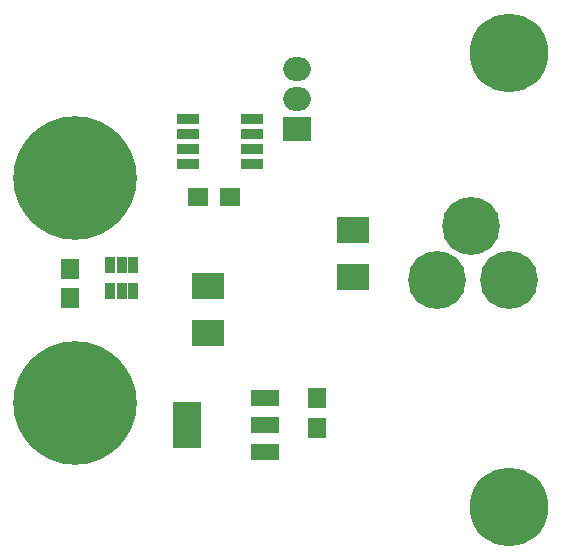
<source format=gts>
G04 #@! TF.FileFunction,Soldermask,Top*
%FSLAX46Y46*%
G04 Gerber Fmt 4.6, Leading zero omitted, Abs format (unit mm)*
G04 Created by KiCad (PCBNEW 4.0.1-stable) date 2/13/2016 6:26:37 PM*
%MOMM*%
G01*
G04 APERTURE LIST*
%ADD10C,0.150000*%
%ADD11R,1.554800X1.804800*%
%ADD12C,4.904800*%
%ADD13R,2.336800X3.962400*%
%ADD14R,2.336800X1.320800*%
%ADD15R,0.954800X1.364800*%
%ADD16C,10.464800*%
%ADD17R,2.804800X2.304800*%
%ADD18R,2.336800X2.032000*%
%ADD19O,2.336800X2.032000*%
%ADD20R,1.854800X0.904800*%
%ADD21R,1.804800X1.604800*%
%ADD22C,6.654800*%
G04 APERTURE END LIST*
D10*
D11*
X28750000Y-33250000D03*
X28750000Y-35750000D03*
X7780000Y-22278000D03*
X7780000Y-24778000D03*
D12*
X45000000Y-23250000D03*
X38900000Y-23250000D03*
X41800000Y-18650000D03*
D13*
X17698000Y-35500000D03*
D14*
X24302000Y-35500000D03*
X24302000Y-33214000D03*
X24302000Y-37786000D03*
D15*
X11242000Y-24214000D03*
X12192000Y-24214000D03*
X13142000Y-24214000D03*
X13142000Y-22014000D03*
X11242000Y-22014000D03*
X12192000Y-22014000D03*
D16*
X8255000Y-14605000D03*
X8255000Y-33655000D03*
D17*
X31750000Y-23000000D03*
X31750000Y-19000000D03*
X19500000Y-23750000D03*
X19500000Y-27750000D03*
D18*
X27000000Y-10500000D03*
D19*
X27000000Y-7960000D03*
X27000000Y-5420000D03*
D20*
X23200000Y-13405000D03*
X23200000Y-12135000D03*
X23200000Y-10865000D03*
X23200000Y-9595000D03*
X17800000Y-9595000D03*
X17800000Y-10865000D03*
X17800000Y-12135000D03*
X17800000Y-13405000D03*
D21*
X21350000Y-16250000D03*
X18650000Y-16250000D03*
D22*
X45000000Y-4000000D03*
X45000000Y-42500000D03*
M02*

</source>
